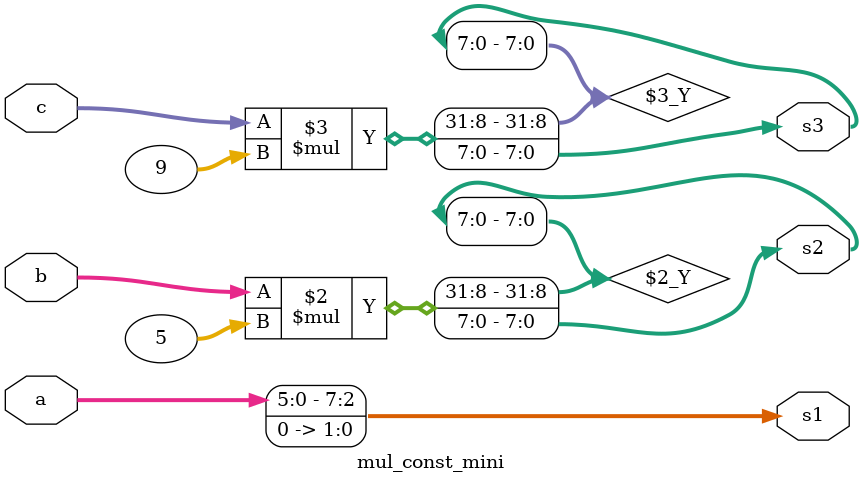
<source format=v>
module mul_const_mini
#(  parameter       BW = 8)
(
    input [BW-1:0] a,
    input [BW-1:0] b,
    input [BW-1:0] c,
    output wire [BW-1:0] s1,
    output wire [BW-1:0] s2,
    output wire [BW-1:0] s3
);

assign s1 = a << 2; // Multiplying by 4 is a left shift by 2
assign s2 = b * 5; // No simple bit shift for 5
assign s3 = c * 9; // No simple bit shift for 9

endmodule
</source>
